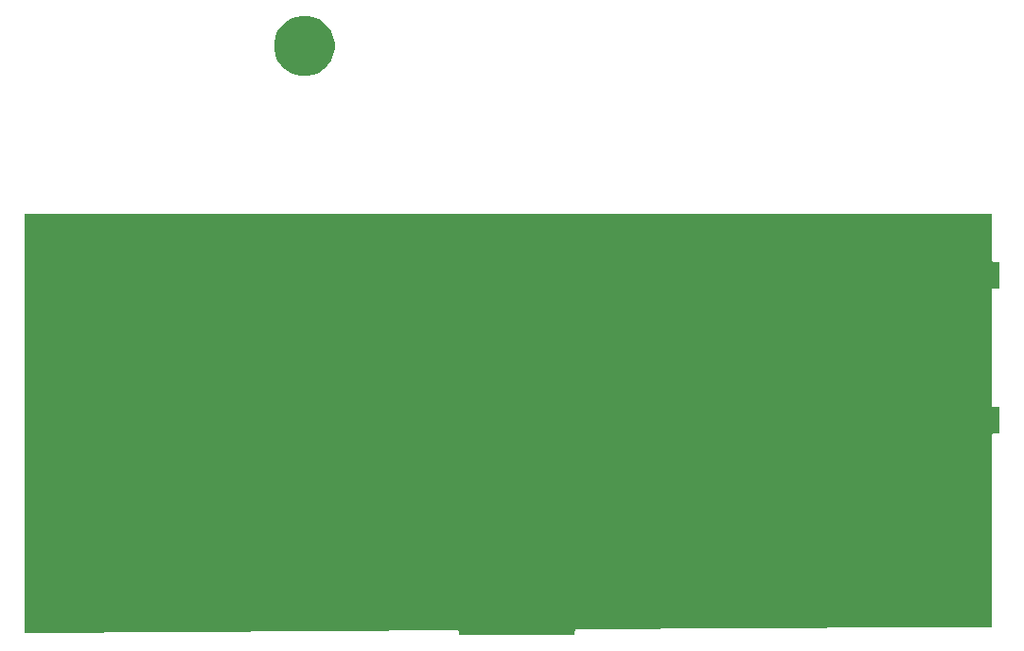
<source format=gbr>
G04 #@! TF.GenerationSoftware,KiCad,Pcbnew,5.0.1*
G04 #@! TF.CreationDate,2019-01-12T14:11:00-06:00*
G04 #@! TF.ProjectId,lid,6C69642E6B696361645F706362000000,rev?*
G04 #@! TF.SameCoordinates,Original*
G04 #@! TF.FileFunction,Soldermask,Bot*
G04 #@! TF.FilePolarity,Negative*
%FSLAX46Y46*%
G04 Gerber Fmt 4.6, Leading zero omitted, Abs format (unit mm)*
G04 Created by KiCad (PCBNEW 5.0.1) date Sat 12 Jan 2019 02:11:00 PM CST*
%MOMM*%
%LPD*%
G01*
G04 APERTURE LIST*
%ADD10C,0.100000*%
G04 APERTURE END LIST*
D10*
G36*
X189000000Y-85175000D02*
X189002402Y-85199386D01*
X189009515Y-85222835D01*
X189021066Y-85244446D01*
X189036612Y-85263388D01*
X189055554Y-85278934D01*
X189077165Y-85290485D01*
X189100614Y-85297598D01*
X189125000Y-85300000D01*
X189700000Y-85300000D01*
X189700000Y-87700000D01*
X189125000Y-87700000D01*
X189100614Y-87702402D01*
X189077165Y-87709515D01*
X189055554Y-87721066D01*
X189036612Y-87736612D01*
X189021066Y-87755554D01*
X189009515Y-87777165D01*
X189002402Y-87800614D01*
X189000000Y-87825000D01*
X189000000Y-98175000D01*
X189002402Y-98199386D01*
X189009515Y-98222835D01*
X189021066Y-98244446D01*
X189036612Y-98263388D01*
X189055554Y-98278934D01*
X189077165Y-98290485D01*
X189100614Y-98297598D01*
X189125000Y-98300000D01*
X189700000Y-98300000D01*
X189700000Y-100700000D01*
X189125000Y-100700000D01*
X189100614Y-100702402D01*
X189077165Y-100709515D01*
X189055554Y-100721066D01*
X189036612Y-100736612D01*
X189021066Y-100755554D01*
X189009515Y-100777165D01*
X189002402Y-100800614D01*
X189000000Y-100825000D01*
X189000000Y-118000000D01*
X181716734Y-118042100D01*
X151824277Y-118214889D01*
X151799905Y-118217432D01*
X151776498Y-118224680D01*
X151754954Y-118236356D01*
X151736102Y-118252011D01*
X151720667Y-118271043D01*
X151709240Y-118292720D01*
X151702263Y-118316210D01*
X151700000Y-118339887D01*
X151700000Y-118700000D01*
X141300000Y-118700000D01*
X141300000Y-118401447D01*
X141297598Y-118377061D01*
X141290485Y-118353612D01*
X141278934Y-118332001D01*
X141263388Y-118313059D01*
X141244446Y-118297513D01*
X141222835Y-118285962D01*
X141199386Y-118278849D01*
X141174280Y-118276449D01*
X116473576Y-118419228D01*
X102512309Y-118499929D01*
X102512308Y-118499929D01*
X102500000Y-118500000D01*
X102500000Y-81000000D01*
X189000000Y-81000000D01*
X189000000Y-85175000D01*
X189000000Y-85175000D01*
G37*
G36*
X128287560Y-63403759D02*
X128778928Y-63607290D01*
X128778930Y-63607291D01*
X129215268Y-63898843D01*
X129221153Y-63902775D01*
X129597225Y-64278847D01*
X129892710Y-64721072D01*
X130096241Y-65212440D01*
X130200000Y-65734072D01*
X130200000Y-66265928D01*
X130096241Y-66787560D01*
X129892710Y-67278928D01*
X129597225Y-67721153D01*
X129221153Y-68097225D01*
X129221150Y-68097227D01*
X128778930Y-68392709D01*
X128778929Y-68392710D01*
X128778928Y-68392710D01*
X128287560Y-68596241D01*
X127765928Y-68700000D01*
X127234072Y-68700000D01*
X126712440Y-68596241D01*
X126221072Y-68392710D01*
X126221071Y-68392710D01*
X126221070Y-68392709D01*
X125778850Y-68097227D01*
X125778847Y-68097225D01*
X125402775Y-67721153D01*
X125107290Y-67278928D01*
X124903759Y-66787560D01*
X124800000Y-66265928D01*
X124800000Y-65734072D01*
X124903759Y-65212440D01*
X125107290Y-64721072D01*
X125402775Y-64278847D01*
X125778847Y-63902775D01*
X125784732Y-63898843D01*
X126221070Y-63607291D01*
X126221072Y-63607290D01*
X126712440Y-63403759D01*
X127234072Y-63300000D01*
X127765928Y-63300000D01*
X128287560Y-63403759D01*
X128287560Y-63403759D01*
G37*
M02*

</source>
